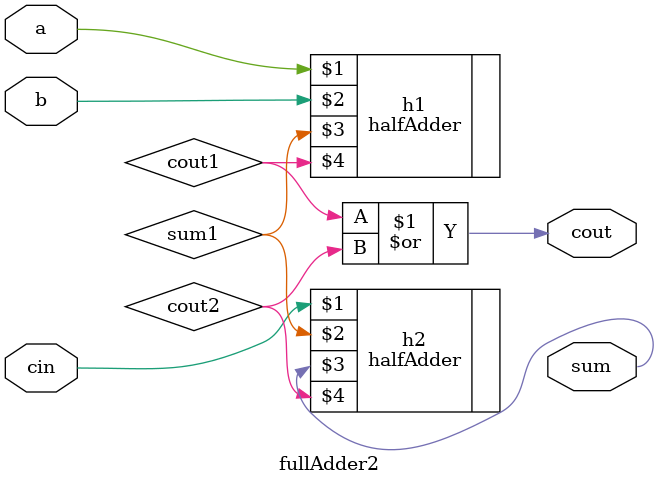
<source format=v>
module fullAdder2(input a,b,cin, output sum,cout);
  // Full adder using two half adders
  `include "halfAdder.v"
  wire sum1, cout1, cout2;
  halfAdder 
    h1(a, b, sum1, cout1),
    h2(cin, sum1, sum, cout2);
  assign cout = cout1|cout2;
endmodule
</source>
